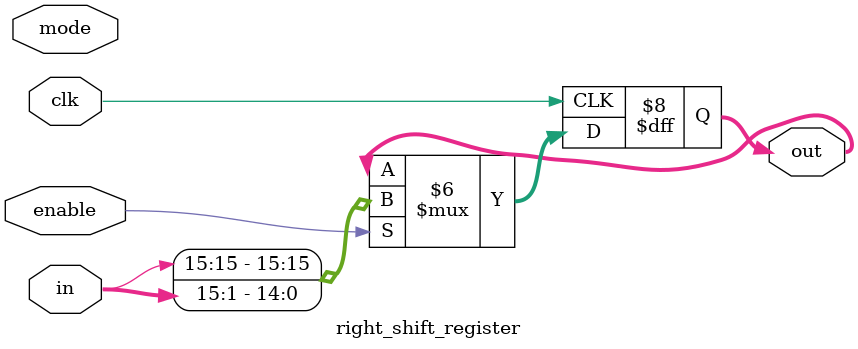
<source format=sv>
module right_shift_register #(parameter width = 16)(
  input             clk,
  input             enable,		 // 0: do not shift; 1: enable shift
  input signed [width-1:0] in,          // data input to be shifted
  input             mode,        // arithmetic (0) or logical (1) shift
  output logic signed [width-1:0] out); // output = shifted or original input

	
	always @(posedge clk) 	begin
// fill in the guts	-- holds or shifts by 1 bit position
//    enable   mode      out  
//      0       0        hold
//		0       1	     hold
//		1       1	     logical right shift
//		1		0	     arithmetic right shift
		if(enable) begin
		    if(mode) begin
			    out <= {in[width-1],in[width-1:1]};  // enable == 1, mode == 1
			end else begin
			    out <= in >>> 1;  // enable == 1, mode == 0
			end
		end
		// enable == 0, mode == x, do nothing
    end

endmodule

</source>
